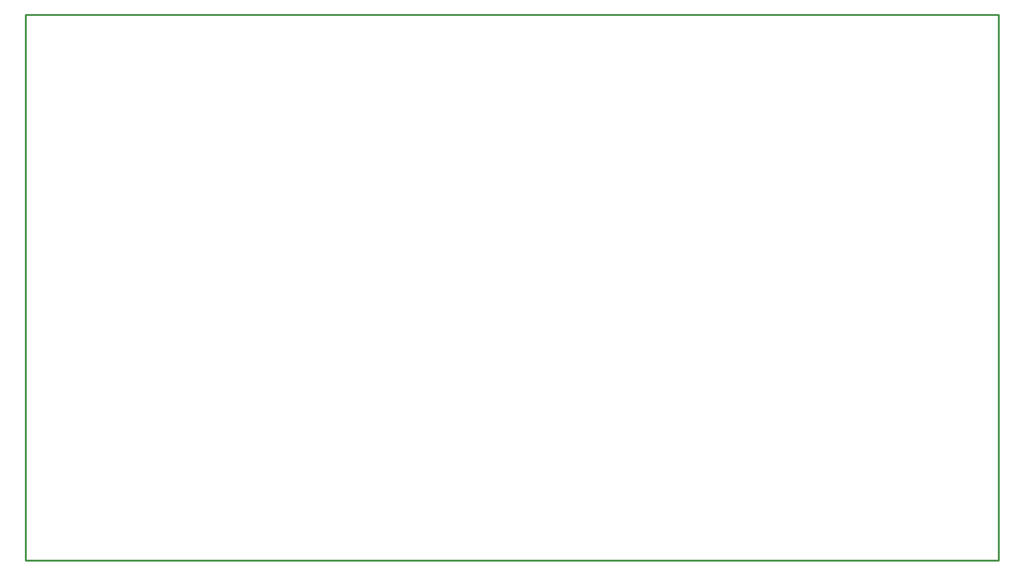
<source format=gm1>
G04*
G04 #@! TF.GenerationSoftware,Altium Limited,Altium Designer,21.9.2 (33)*
G04*
G04 Layer_Color=16711935*
%FSLAX25Y25*%
%MOIN*%
G70*
G04*
G04 #@! TF.SameCoordinates,6EE597BA-1CB3-45A4-8721-CD5E6EA852CE*
G04*
G04*
G04 #@! TF.FilePolarity,Positive*
G04*
G01*
G75*
%ADD13C,0.01000*%
D13*
X-8000Y-277500D02*
X500500D01*
Y-7000D02*
Y8000D01*
X-8000D02*
X500500D01*
X-8000Y-6500D02*
Y8000D01*
X500500Y-277500D02*
Y-261000D01*
X-8000Y-277500D02*
Y-259500D01*
Y-260500D02*
Y-6500D01*
X500500Y-261000D02*
Y-6500D01*
M02*

</source>
